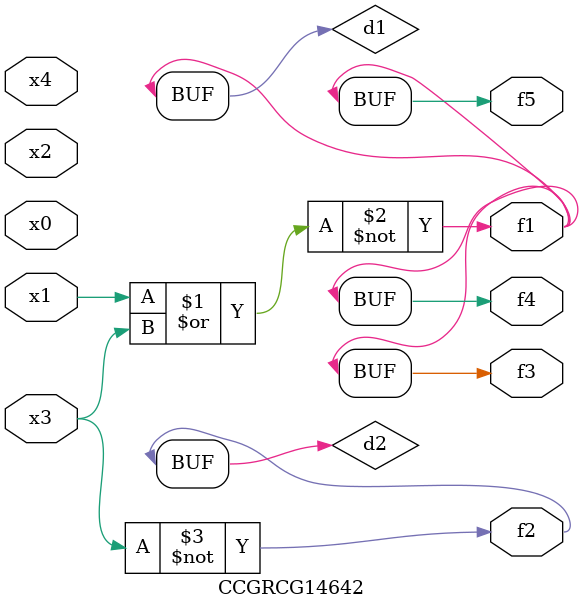
<source format=v>
module CCGRCG14642(
	input x0, x1, x2, x3, x4,
	output f1, f2, f3, f4, f5
);

	wire d1, d2;

	nor (d1, x1, x3);
	not (d2, x3);
	assign f1 = d1;
	assign f2 = d2;
	assign f3 = d1;
	assign f4 = d1;
	assign f5 = d1;
endmodule

</source>
